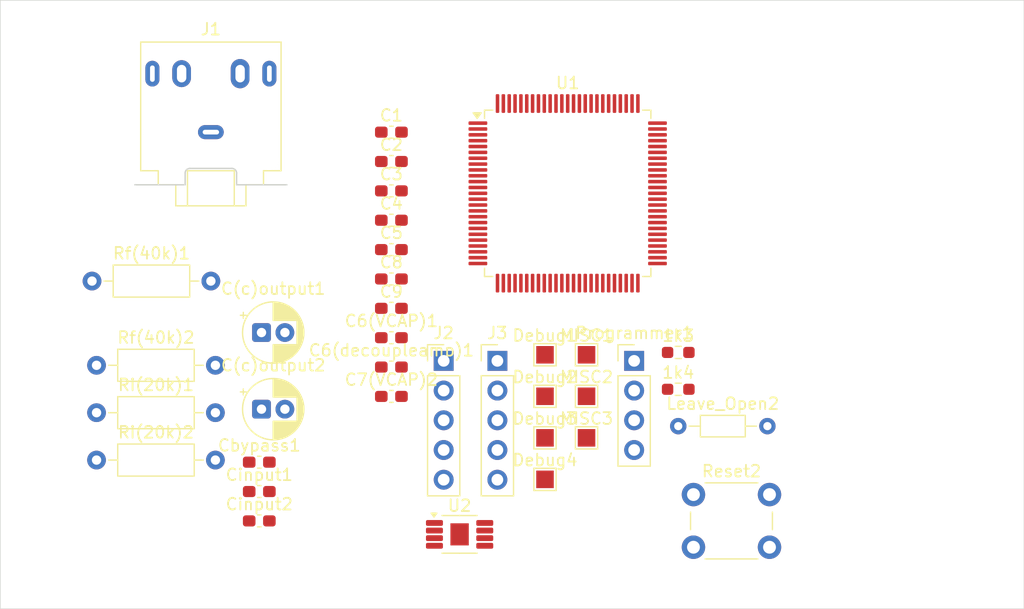
<source format=kicad_pcb>
(kicad_pcb (version 20241229) (generator "pcbnew") (generator_version "9.0")
  (layers (0 "F.Cu" signal) (2 "B.Cu" signal) (13 "F.Paste" user) (15 "B.Paste" user) (5 "F.SilkS" user "F.Silkscreen") (7 "B.SilkS" user "B.Silkscreen") (1 "F.Mask" user) (3 "B.Mask" user) (25 "Edge.Cuts" user))
  (net 0 "")
  (net 1 "/VCC")
  (net 2 "Net-(U1-NRST)")
  (net 3 "GNDPWR")
  (net 4 "Net-(U1-BOOT0)")
  (net 5 "/DAC_OUT1")
  (net 7 "/DAC_OUT2")
  (net 8 "/SAE_SWDIO")
  (net 9 "/SAE_SWCLK")
  (net 18 "/MISC_1")
  (net 24 "/MISC_2")
  (net 26 "Net-(U2-VDD)")
  (net 33 "Net-(C7(VCAP)2-Pad1)")
  (net 43 "/USART1_MIDI_RX")
  (net 48 "/USART1_COMM_INPUT_TX")
  (net 56 "/USART1_COMM_INPUT_RX")
  (net 61 "/MISC_3")
  (net 62 "/USART1_MIDI_TX")
  (net 65 "/USART2_COMM_OUTPUT_TX")
  (net 69 "/USART2_COMM_OUTPUT_RX")
  (net 77 "/USART3_MIDI_TX")
  (net 88 "Net-(C6(VCAP)1-Pad1)")
  (net 89 "/USART3_MIDI_RX")
  (net 92 "Net-(U2-BYPASS)")
  (net 93 "Net-(Debug3-Pin_1)")
  (net 94 "Net-(Debug4-Pin_1)")
  (net 95 "Net-(C(c)output1-Pad2)")
  (net 96 "Net-(C(c)output2-Pad2)")
  (net 98 "Net-(U2-IN1-)")
  (footprint "Capacitor_SMD:C_0603_1608Metric_Pad1.08x0.95mm_HandSolder" (layer "F.Cu") (at 94.93 82.31)
    (property "Reference" "C5" (at 0 -1.43 0) (layer "F.SilkS"))
    (property "Value" "0.1uf")
    (pad "1" smd roundrect (at -0.8625 0) (size 1.075 0.95) (layers "F.Cu" "F.Mask" "F.Paste") (net 3 "GNDPWR"))
    (pad "2" smd roundrect (at 0.8625 0) (size 1.075 0.95) (layers "F.Cu" "F.Mask" "F.Paste") (net 1 "/VCC"))
  )
  (footprint "TestPoint:TestPoint_Pad_1.5x1.5mm" (layer "F.Cu") (at 111.61 91.3)
    (property "Reference" "MISC1" (at 0 -1.648 0) (layer "F.SilkS"))
    (property "Value" "Conn_01x01")
    (pad "1" smd rect (at 0 0) (size 1.5 1.5) (layers "F.Cu" "F.Mask") (net 18 "/MISC_1"))
  )
  (footprint "Capacitor_THT:CP_Radial_D5.0mm_P2.00mm" (layer "F.Cu") (at 83.827275 95.95)
    (property "Reference" "C(c)output2" (at 1 -3.75 0) (layer "F.SilkS"))
    (property "Value" "220uf")
    (pad "1" thru_hole roundrect (at 0 0) (size 1.6 1.6) (drill 0.8) (layers "*.Cu" "*.Mask") (roundrect_rratio 0.15625) (net 94 "Net-(Debug4-Pin_1)"))
    (pad "2" thru_hole circle (at 2 0) (size 1.6 1.6) (drill 0.8) (layers "*.Cu" "*.Mask") (net 96 "Net-(C(c)output2-Pad2)"))
  )
  (footprint "TestPoint:TestPoint_Pad_1.5x1.5mm" (layer "F.Cu") (at 108.06 98.4)
    (property "Reference" "Debug3" (at 0 -1.648 0) (layer "F.SilkS"))
    (property "Value" "Conn_01x01")
    (pad "1" smd rect (at 0 0) (size 1.5 1.5) (layers "F.Cu" "F.Mask") (net 93 "Net-(Debug3-Pin_1)"))
  )
  (footprint "Connector_PinHeader_2.54mm:PinHeader_1x05_P2.54mm_Vertical" (layer "F.Cu") (at 99.4 91.82)
    (property "Reference" "J2" (at 0 -2.38 0) (layer "F.SilkS"))
    (property "Value" "IN")
    (pad "1" thru_hole rect (at 0 0) (size 1.7 1.7) (drill 1) (layers "*.Cu" "*.Mask") (net 3 "GNDPWR"))
    (pad "2" thru_hole circle (at 0 2.54) (size 1.7 1.7) (drill 1) (layers "*.Cu" "*.Mask") (net 1 "/VCC"))
    (pad "3" thru_hole circle (at 0 5.08) (size 1.7 1.7) (drill 1) (layers "*.Cu" "*.Mask") (net 48 "/USART1_COMM_INPUT_TX"))
    (pad "4" thru_hole circle (at 0 7.62) (size 1.7 1.7) (drill 1) (layers "*.Cu" "*.Mask") (net 56 "/USART1_COMM_INPUT_RX"))
    (pad "5" thru_hole circle (at 0 10.16) (size 1.7 1.7) (drill 1) (layers "*.Cu" "*.Mask") (net 43 "/USART1_MIDI_RX"))
  )
  (footprint "TestPoint:TestPoint_Pad_1.5x1.5mm" (layer "F.Cu") (at 111.61 94.85)
    (property "Reference" "MISC2" (at 0 -1.648 0) (layer "F.SilkS"))
    (property "Value" "Conn_01x01")
    (pad "1" smd rect (at 0 0) (size 1.5 1.5) (layers "F.Cu" "F.Mask") (net 24 "/MISC_2"))
  )
  (footprint "Resistor_THT:R_Axial_DIN0207_L6.3mm_D2.5mm_P10.16mm_Horizontal" (layer "F.Cu") (at 69.7275 100.3)
    (property "Reference" "Ri(20k)2" (at 5.08 -2.37 0) (layer "F.SilkS"))
    (property "Value" "20k")
    (pad "1" thru_hole circle (at 0 0) (size 1.6 1.6) (drill 0.8) (layers "*.Cu" "*.Mask") (net 92 "Net-(U2-BYPASS)"))
    (pad "2" thru_hole circle (at 10.16 0) (size 1.6 1.6) (drill 0.8) (layers "*.Cu" "*.Mask") (net 98 "Net-(U2-IN1-)"))
  )
  (footprint "Capacitor_THT:CP_Radial_D5.0mm_P2.00mm" (layer "F.Cu") (at 83.827275 89.4)
    (property "Reference" "C(c)output1" (at 1 -3.75 0) (layer "F.SilkS"))
    (property "Value" "220uf")
    (pad "1" thru_hole roundrect (at 0 0) (size 1.6 1.6) (drill 0.8) (layers "*.Cu" "*.Mask") (roundrect_rratio 0.15625) (net 93 "Net-(Debug3-Pin_1)"))
    (pad "2" thru_hole circle (at 2 0) (size 1.6 1.6) (drill 0.8) (layers "*.Cu" "*.Mask") (net 95 "Net-(C(c)output1-Pad2)"))
  )
  (footprint "Resistor_THT:R_Axial_DIN0207_L6.3mm_D2.5mm_P10.16mm_Horizontal" (layer "F.Cu") (at 69.7275 92.2)
    (property "Reference" "Rf(40k)2" (at 5.08 -2.37 0) (layer "F.SilkS"))
    (property "Value" "40k")
    (pad "1" thru_hole circle (at 0 0) (size 1.6 1.6) (drill 0.8) (layers "*.Cu" "*.Mask") (net 98 "Net-(U2-IN1-)"))
    (pad "2" thru_hole circle (at 10.16 0) (size 1.6 1.6) (drill 0.8) (layers "*.Cu" "*.Mask") (net 94 "Net-(Debug4-Pin_1)"))
  )
  (footprint "Capacitor_SMD:C_0603_1608Metric_Pad1.08x0.95mm_HandSolder" (layer "F.Cu") (at 94.93 72.27)
    (property "Reference" "C1" (at 0 -1.43 0) (layer "F.SilkS"))
    (property "Value" "0.1uf")
    (pad "1" smd roundrect (at -0.8625 0) (size 1.075 0.95) (layers "F.Cu" "F.Mask" "F.Paste") (net 3 "GNDPWR"))
    (pad "2" smd roundrect (at 0.8625 0) (size 1.075 0.95) (layers "F.Cu" "F.Mask" "F.Paste") (net 1 "/VCC"))
  )
  (footprint "Resistor_SMD:R_0603_1608Metric_Pad0.98x0.95mm_HandSolder" (layer "F.Cu") (at 119.45 91.1)
    (property "Reference" "1k3" (at 0 -1.43 0) (layer "F.SilkS"))
    (property "Value" "R")
    (pad "1" smd roundrect (at -0.9125 0) (size 0.975 0.95) (layers "F.Cu" "F.Mask" "F.Paste") (net 1 "/VCC"))
    (pad "2" smd roundrect (at 0.9125 0) (size 0.975 0.95) (layers "F.Cu" "F.Mask" "F.Paste") (net 2 "Net-(U1-NRST)"))
  )
  (footprint "Capacitor_SMD:C_0603_1608Metric_Pad1.08x0.95mm_HandSolder" (layer "F.Cu") (at 94.93 87.33)
    (property "Reference" "C9" (at 0 -1.43 0) (layer "F.SilkS"))
    (property "Value" "0.1uf")
    (pad "1" smd roundrect (at -0.8625 0) (size 1.075 0.95) (layers "F.Cu" "F.Mask" "F.Paste") (net 3 "GNDPWR"))
    (pad "2" smd roundrect (at 0.8625 0) (size 1.075 0.95) (layers "F.Cu" "F.Mask" "F.Paste") (net 1 "/VCC"))
  )
  (footprint "Resistor_THT:R_Axial_DIN0207_L6.3mm_D2.5mm_P10.16mm_Horizontal" (layer "F.Cu") (at 69.7275 96.25)
    (property "Reference" "Ri(20k)1" (at 5.08 -2.37 0) (layer "F.SilkS"))
    (property "Value" "20k")
    (pad "1" thru_hole circle (at 0 0) (size 1.6 1.6) (drill 0.8) (layers "*.Cu" "*.Mask") (net 98 "Net-(U2-IN1-)"))
    (pad "2" thru_hole circle (at 10.16 0) (size 1.6 1.6) (drill 0.8) (layers "*.Cu" "*.Mask") (net 92 "Net-(U2-BYPASS)"))
  )
  (footprint "Capacitor_SMD:C_0603_1608Metric_Pad1.08x0.95mm_HandSolder" (layer "F.Cu") (at 94.93 74.78)
    (property "Reference" "C2" (at 0 -1.43 0) (layer "F.SilkS"))
    (property "Value" "0.1uf")
    (pad "1" smd roundrect (at -0.8625 0) (size 1.075 0.95) (layers "F.Cu" "F.Mask" "F.Paste") (net 3 "GNDPWR"))
    (pad "2" smd roundrect (at 0.8625 0) (size 1.075 0.95) (layers "F.Cu" "F.Mask" "F.Paste") (net 1 "/VCC"))
  )
  (footprint "Capacitor_SMD:C_0603_1608Metric_Pad1.08x0.95mm_HandSolder" (layer "F.Cu") (at 94.93 89.84)
    (property "Reference" "C6(VCAP)1" (at 0 -1.43 0) (layer "F.SilkS"))
    (property "Value" "C")
    (pad "1" smd roundrect (at -0.8625 0) (size 1.075 0.95) (layers "F.Cu" "F.Mask" "F.Paste") (net 88 "Net-(C6(VCAP)1-Pad1)"))
    (pad "2" smd roundrect (at 0.8625 0) (size 1.075 0.95) (layers "F.Cu" "F.Mask" "F.Paste") (net 3 "GNDPWR"))
  )
  (footprint "Connector_PinHeader_2.54mm:PinHeader_1x04_P2.54mm_Vertical" (layer "F.Cu") (at 115.68 91.82)
    (property "Reference" "Programmer1" (at 0 -2.38 0) (layer "F.SilkS"))
    (property "Value" "Conn_01x04")
    (pad "1" thru_hole rect (at 0 0) (size 1.7 1.7) (drill 1) (layers "*.Cu" "*.Mask") (net 9 "/SAE_SWCLK"))
    (pad "2" thru_hole circle (at 0 2.54) (size 1.7 1.7) (drill 1) (layers "*.Cu" "*.Mask") (net 8 "/SAE_SWDIO"))
    (pad "3" thru_hole circle (at 0 5.08) (size 1.7 1.7) (drill 1) (layers "*.Cu" "*.Mask") (net 1 "/VCC"))
    (pad "4" thru_hole circle (at 0 7.62) (size 1.7 1.7) (drill 1) (layers "*.Cu" "*.Mask") (net 3 "GNDPWR"))
  )
  (footprint "Connector_PinHeader_2.54mm:PinHeader_1x05_P2.54mm_Vertical" (layer "F.Cu") (at 103.99 91.82)
    (property "Reference" "J3" (at 0 -2.38 0) (layer "F.SilkS"))
    (property "Value" "OUT")
    (pad "1" thru_hole rect (at 0 0) (size 1.7 1.7) (drill 1) (layers "*.Cu" "*.Mask") (net 3 "GNDPWR"))
    (pad "2" thru_hole circle (at 0 2.54) (size 1.7 1.7) (drill 1) (layers "*.Cu" "*.Mask") (net 1 "/VCC"))
    (pad "3" thru_hole circle (at 0 5.08) (size 1.7 1.7) (drill 1) (layers "*.Cu" "*.Mask") (net 69 "/USART2_COMM_OUTPUT_RX"))
    (pad "4" thru_hole circle (at 0 7.62) (size 1.7 1.7) (drill 1) (layers "*.Cu" "*.Mask") (net 65 "/USART2_COMM_OUTPUT_TX"))
    (pad "5" thru_hole circle (at 0 10.16) (size 1.7 1.7) (drill 1) (layers "*.Cu" "*.Mask") (net 62 "/USART1_MIDI_TX"))
  )
  (footprint "Capacitor_SMD:C_0603_1608Metric_Pad1.08x0.95mm_HandSolder" (layer "F.Cu") (at 94.93 92.35)
    (property "Reference" "C6(decoupleamp)1" (at 0 -1.43 0) (layer "F.SilkS"))
    (property "Value" "0.1uf")
    (pad "1" smd roundrect (at -0.8625 0) (size 1.075 0.95) (layers "F.Cu" "F.Mask" "F.Paste") (net 1 "/VCC"))
    (pad "2" smd roundrect (at 0.8625 0) (size 1.075 0.95) (layers "F.Cu" "F.Mask" "F.Paste") (net 26 "Net-(U2-VDD)"))
  )
  (footprint "Capacitor_SMD:C_0603_1608Metric_Pad1.08x0.95mm_HandSolder" (layer "F.Cu") (at 83.6375 100.48)
    (property "Reference" "Cbypass1" (at 0 -1.43 0) (layer "F.SilkS"))
    (property "Value" "0.47uf(LOW ESR)")
    (pad "1" smd roundrect (at -0.8625 0) (size 1.075 0.95) (layers "F.Cu" "F.Mask" "F.Paste") (net 92 "Net-(U2-BYPASS)"))
    (pad "2" smd roundrect (at 0.8625 0) (size 1.075 0.95) (layers "F.Cu" "F.Mask" "F.Paste") (net 3 "GNDPWR"))
  )
  (footprint "Capacitor_SMD:C_0603_1608Metric_Pad1.08x0.95mm_HandSolder" (layer "F.Cu") (at 83.6375 102.99)
    (property "Reference" "Cinput1" (at 0 -1.43 0) (layer "F.SilkS"))
    (property "Value" "0.47uf")
    (pad "1" smd roundrect (at -0.8625 0) (size 1.075 0.95) (layers "F.Cu" "F.Mask" "F.Paste") (net 7 "/DAC_OUT2"))
    (pad "2" smd roundrect (at 0.8625 0) (size 1.075 0.95) (layers "F.Cu" "F.Mask" "F.Paste") (net 98 "Net-(U2-IN1-)"))
  )
  (footprint "Button_Switch_THT:SW_PUSH_6mm_H4.3mm" (layer "F.Cu") (at 120.75 103.25)
    (property "Reference" "Reset2" (at 3.25 -2 0) (layer "F.SilkS"))
    (property "Value" "SW_Push")
    (pad "1" thru_hole circle (at 0 0 90) (size 2 2) (drill 1.1) (layers "*.Cu" "*.Mask") (net 3 "GNDPWR"))
    (pad "1" thru_hole circle (at 6.5 0 90) (size 2 2) (drill 1.1) (layers "*.Cu" "*.Mask") (net 3 "GNDPWR"))
    (pad "2" thru_hole circle (at 0 4.5 90) (size 2 2) (drill 1.1) (layers "*.Cu" "*.Mask") (net 2 "Net-(U1-NRST)"))
    (pad "2" thru_hole circle (at 6.5 4.5 90) (size 2 2) (drill 1.1) (layers "*.Cu" "*.Mask") (net 2 "Net-(U1-NRST)"))
  )
  (footprint "Resistor_THT:R_Axial_DIN0204_L3.6mm_D1.6mm_P7.62mm_Horizontal" (layer "F.Cu") (at 119.45 97.4)
    (property "Reference" "Leave_Open2" (at 3.81 -1.92 0) (layer "F.SilkS"))
    (property "Value" "R")
    (pad "1" thru_hole circle (at 0 0) (size 1.4 1.4) (drill 0.7) (layers "*.Cu" "*.Mask") (net 4 "Net-(U1-BOOT0)"))
    (pad "2" thru_hole circle (at 7.62 0) (size 1.4 1.4) (drill 0.7) (layers "*.Cu" "*.Mask") (net 1 "/VCC"))
  )
  (footprint "Package_QFP:LQFP-100_14x14mm_P0.5mm" (layer "F.Cu") (at 110 77.5)
    (property "Reference" "U1" (at 0 -9.43 0) (layer "F.SilkS"))
    (property "Value" "STM32H750VBTx")
    (pad "1" smd roundrect (at -7.675 -6) (size 1.6 0.3) (layers "F.Cu" "F.Mask" "F.Paste"))
    (pad "2" smd roundrect (at -7.675 -5.5) (size 1.6 0.3) (layers "F.Cu" "F.Mask" "F.Paste"))
    (pad "3" smd roundrect (at -7.675 -5) (size 1.6 0.3) (layers "F.Cu" "F.Mask" "F.Paste"))
    (pad "4" smd roundrect (at -7.675 -4.5) (size 1.6 0.3) (layers "F.Cu" "F.Mask" "F.Paste"))
    (pad "5" smd roundrect (at -7.675 -4) (size 1.6 0.3) (layers "F.Cu" "F.Mask" "F.Paste"))
    (pad "6" smd roundrect (at -7.675 -3.5) (size 1.6 0.3) (layers "F.Cu" "F.Mask" "F.Paste") (net 1 "/VCC"))
    (pad "7" smd roundrect (at -7.675 -3) (size 1.6 0.3) (layers "F.Cu" "F.Mask" "F.Paste"))
    (pad "8" smd roundrect (at -7.675 -2.5) (size 1.6 0.3) (layers "F.Cu" "F.Mask" "F.Paste"))
    (pad "9" smd roundrect (at -7.675 -2) (size 1.6 0.3) (layers "F.Cu" "F.Mask" "F.Paste"))
    (pad "10" smd roundrect (at -7.675 -1.5) (size 1.6 0.3) (layers "F.Cu" "F.Mask" "F.Paste") (net 3 "GNDPWR"))
    (pad "11" smd roundrect (at -7.675 -1) (size 1.6 0.3) (layers "F.Cu" "F.Mask" "F.Paste") (net 1 "/VCC"))
    (pad "12" smd roundrect (at -7.675 -0.5) (size 1.6 0.3) (layers "F.Cu" "F.Mask" "F.Paste"))
    (pad "13" smd roundrect (at -7.675 0) (size 1.6 0.3) (layers "F.Cu" "F.Mask" "F.Paste"))
    (pad "14" smd roundrect (at -7.675 0.5) (size 1.6 0.3) (layers "F.Cu" "F.Mask" "F.Paste") (net 2 "Net-(U1-NRST)"))
    (pad "15" smd roundrect (at -7.675 1) (size 1.6 0.3) (layers "F.Cu" "F.Mask" "F.Paste"))
    (pad "16" smd roundrect (at -7.675 1.5) (size 1.6 0.3) (layers "F.Cu" "F.Mask" "F.Paste"))
    (pad "17" smd roundrect (at -7.675 2) (size 1.6 0.3) (layers "F.Cu" "F.Mask" "F.Paste"))
    (pad "18" smd roundrect (at -7.675 2.5) (size 1.6 0.3) (layers "F.Cu" "F.Mask" "F.Paste"))
    (pad "19" smd roundrect (at -7.675 3) (size 1.6 0.3) (layers "F.Cu" "F.Mask" "F.Paste") (net 3 "GNDPWR"))
    (pad "20" smd roundrect (at -7.675 3.5) (size 1.6 0.3) (layers "F.Cu" "F.Mask" "F.Paste"))
    (pad "21" smd roundrect (at -7.675 4) (size 1.6 0.3) (layers "F.Cu" "F.Mask" "F.Paste") (net 1 "/VCC"))
    (pad "22" smd roundrect (at -7.675 4.5) (size 1.6 0.3) (layers "F.Cu" "F.Mask" "F.Paste"))
    (pad "23" smd roundrect (at -7.675 5) (size 1.6 0.3) (layers "F.Cu" "F.Mask" "F.Paste"))
    (pad "24" smd roundrect (at -7.675 5.5) (size 1.6 0.3) (layers "F.Cu" "F.Mask" "F.Paste"))
    (pad "25" smd roundrect (at -7.675 6) (size 1.6 0.3) (layers "F.Cu" "F.Mask" "F.Paste"))
    (pad "26" smd roundrect (at -6 7.675) (size 0.3 1.6) (layers "F.Cu" "F.Mask" "F.Paste") (net 3 "GNDPWR"))
    (pad "27" smd roundrect (at -5.5 7.675) (size 0.3 1.6) (layers "F.Cu" "F.Mask" "F.Paste") (net 1 "/VCC"))
    (pad "28" smd roundrect (at -5 7.675) (size 0.3 1.6) (layers "F.Cu" "F.Mask" "F.Paste") (net 5 "/DAC_OUT1"))
    (pad "29" smd roundrect (at -4.5 7.675) (size 0.3 1.6) (layers "F.Cu" "F.Mask" "F.Paste") (net 7 "/DAC_OUT2"))
    (pad "30" smd roundrect (at -4 7.675) (size 0.3 1.6) (layers "F.Cu" "F.Mask" "F.Paste"))
    (pad "31" smd roundrect (at -3.5 7.675) (size 0.3 1.6) (layers "F.Cu" "F.Mask" "F.Paste"))
    (pad "32" smd roundrect (at -3 7.675) (size 0.3 1.6) (layers "F.Cu" "F.Mask" "F.Paste"))
    (pad "33" smd roundrect (at -2.5 7.675) (size 0.3 1.6) (layers "F.Cu" "F.Mask" "F.Paste"))
    (pad "34" smd roundrect (at -2 7.675) (size 0.3 1.6) (layers "F.Cu" "F.Mask" "F.Paste"))
    (pad "35" smd roundrect (at -1.5 7.675) (size 0.3 1.6) (layers "F.Cu" "F.Mask" "F.Paste"))
    (pad "36" smd roundrect (at -1 7.675) (size 0.3 1.6) (layers "F.Cu" "F.Mask" "F.Paste"))
    (pad "37" smd roundrect (at -0.5 7.675) (size 0.3 1.6) (layers "F.Cu" "F.Mask" "F.Paste") (net 18 "/MISC_1"))
    (pad "38" smd roundrect (at 0 7.675) (size 0.3 1.6) (layers "F.Cu" "F.Mask" "F.Paste") (net 24 "/MISC_2"))
    (pad "39" smd roundrect (at 0.5 7.675) (size 0.3 1.6) (layers "F.Cu" "F.Mask" "F.Paste"))
    (pad "40" smd roundrect (at 1 7.675) (size 0.3 1.6) (layers "F.Cu" "F.Mask" "F.Paste"))
    (pad "41" smd roundrect (at 1.5 7.675) (size 0.3 1.6) (layers "F.Cu" "F.Mask" "F.Paste"))
    (pad "42" smd roundrect (at 2 7.675) (size 0.3 1.6) (layers "F.Cu" "F.Mask" "F.Paste"))
    (pad "43" smd roundrect (at 2.5 7.675) (size 0.3 1.6) (layers "F.Cu" "F.Mask" "F.Paste"))
    (pad "44" smd roundrect (at 3 7.675) (size 0.3 1.6) (layers "F.Cu" "F.Mask" "F.Paste"))
    (pad "45" smd roundrect (at 3.5 7.675) (size 0.3 1.6) (layers "F.Cu" "F.Mask" "F.Paste"))
    (pad "46" smd roundrect (at 4 7.675) (size 0.3 1.6) (layers "F.Cu" "F.Mask" "F.Paste") (net 56 "/USART1_COMM_INPUT_RX"))
    (pad "47" smd roundrect (at 4.5 7.675) (size 0.3 1.6) (layers "F.Cu" "F.Mask" "F.Paste"))
    (pad "48" smd roundrect (at 5 7.675) (size 0.3 1.6) (layers "F.Cu" "F.Mask" "F.Paste") (net 88 "Net-(C6(VCAP)1-Pad1)"))
    (pad "49" smd roundrect (at 5.5 7.675) (size 0.3 1.6) (layers "F.Cu" "F.Mask" "F.Paste") (net 3 "GNDPWR"))
    (pad "50" smd roundrect (at 6 7.675) (size 0.3 1.6) (layers "F.Cu" "F.Mask" "F.Paste") (net 1 "/VCC"))
    (pad "51" smd roundrect (at 7.675 6) (size 1.6 0.3) (layers "F.Cu" "F.Mask" "F.Paste"))
    (pad "52" smd roundrect (at 7.675 5.5) (size 1.6 0.3) (layers "F.Cu" "F.Mask" "F.Paste"))
    (pad "53" smd roundrect (at 7.675 5) (size 1.6 0.3) (layers "F.Cu" "F.Mask" "F.Paste"))
    (pad "54" smd roundrect (at 7.675 4.5) (size 1.6 0.3) (layers "F.Cu" "F.Mask" "F.Paste"))
    (pad "55" smd roundrect (at 7.675 4) (size 1.6 0.3) (layers "F.Cu" "F.Mask" "F.Paste"))
    (pad "56" smd roundrect (at 7.675 3.5) (size 1.6 0.3) (layers "F.Cu" "F.Mask" "F.Paste"))
    (pad "57" smd roundrect (at 7.675 3) (size 1.6 0.3) (layers "F.Cu" "F.Mask" "F.Paste"))
    (pad "58" smd roundrect (at 7.675 2.5) (size 1.6 0.3) (layers "F.Cu" "F.Mask" "F.Paste"))
    (pad "59" smd roundrect (at 7.675 2) (size 1.6 0.3) (layers "F.Cu" "F.Mask" "F.Paste"))
    (pad "60" smd roundrect (at 7.675 1.5) (size 1.6 0.3) (layers "F.Cu" "F.Mask" "F.Paste"))
    (pad "61" smd roundrect (at 7.675 1) (size 1.6 0.3) (layers "F.Cu" "F.Mask" "F.Paste"))
    (pad "62" smd roundrect (at 7.675 0.5) (size 1.6 0.3) (layers "F.Cu" "F.Mask" "F.Paste"))
    (pad "63" smd roundrect (at 7.675 0) (size 1.6 0.3) (layers "F.Cu" "F.Mask" "F.Paste"))
    (pad "64" smd roundrect (at 7.675 -0.5) (size 1.6 0.3) (layers "F.Cu" "F.Mask" "F.Paste"))
    (pad "65" smd roundrect (at 7.675 -1) (size 1.6 0.3) (layers "F.Cu" "F.Mask" "F.Paste"))
    (pad "66" smd roundrect (at 7.675 -1.5) (size 1.6 0.3) (layers "F.Cu" "F.Mask" "F.Paste"))
    (pad "67" smd roundrect (at 7.675 -2) (size 1.6 0.3) (layers "F.Cu" "F.Mask" "F.Paste"))
    (pad "68" smd roundrect (at 7.675 -2.5) (size 1.6 0.3) (layers "F.Cu" "F.Mask" "F.Paste") (net 62 "/USART1_MIDI_TX"))
    (pad "69" smd roundrect (at 7.675 -3) (size 1.6 0.3) (layers "F.Cu" "F.Mask" "F.Paste") (net 43 "/USART1_MIDI_RX"))
    (pad "70" smd roundrect (at 7.675 -3.5) (size 1.6 0.3) (layers "F.Cu" "F.Mask" "F.Paste"))
    (pad "71" smd roundrect (at 7.675 -4) (size 1.6 0.3) (layers "F.Cu" "F.Mask" "F.Paste"))
    (pad "72" smd roundrect (at 7.675 -4.5) (size 1.6 0.3) (layers "F.Cu" "F.Mask" "F.Paste") (net 8 "/SAE_SWDIO"))
    (pad "73" smd roundrect (at 7.675 -5) (size 1.6 0.3) (layers "F.Cu" "F.Mask" "F.Paste") (net 33 "Net-(C7(VCAP)2-Pad1)"))
    (pad "74" smd roundrect (at 7.675 -5.5) (size 1.6 0.3) (layers "F.Cu" "F.Mask" "F.Paste") (net 3 "GNDPWR"))
    (pad "75" smd roundrect (at 7.675 -6) (size 1.6 0.3) (layers "F.Cu" "F.Mask" "F.Paste") (net 1 "/VCC"))
    (pad "76" smd roundrect (at 6 -7.675) (size 0.3 1.6) (layers "F.Cu" "F.Mask" "F.Paste") (net 9 "/SAE_SWCLK"))
    (pad "77" smd roundrect (at 5.5 -7.675) (size 0.3 1.6) (layers "F.Cu" "F.Mask" "F.Paste") (net 61 "/MISC_3"))
    (pad "78" smd roundrect (at 5 -7.675) (size 0.3 1.6) (layers "F.Cu" "F.Mask" "F.Paste") (net 77 "/USART3_MIDI_TX"))
    (pad "79" smd roundrect (at 4.5 -7.675) (size 0.3 1.6) (layers "F.Cu" "F.Mask" "F.Paste") (net 89 "/USART3_MIDI_RX"))
    (pad "80" smd roundrect (at 4 -7.675) (size 0.3 1.6) (layers "F.Cu" "F.Mask" "F.Paste"))
    (pad "81" smd roundrect (at 3.5 -7.675) (size 0.3 1.6) (layers "F.Cu" "F.Mask" "F.Paste"))
    (pad "82" smd roundrect (at 3 -7.675) (size 0.3 1.6) (layers "F.Cu" "F.Mask" "F.Paste"))
    (pad "83" smd roundrect (at 2.5 -7.675) (size 0.3 1.6) (layers "F.Cu" "F.Mask" "F.Paste"))
    (pad "84" smd roundrect (at 2 -7.675) (size 0.3 1.6) (layers "F.Cu" "F.Mask" "F.Paste"))
    (pad "85" smd roundrect (at 1.5 -7.675) (size 0.3 1.6) (layers "F.Cu" "F.Mask" "F.Paste"))
    (pad "86" smd roundrect (at 1 -7.675) (size 0.3 1.6) (layers "F.Cu" "F.Mask" "F.Paste") (net 65 "/USART2_COMM_OUTPUT_TX"))
    (pad "87" smd roundrect (at 0.5 -7.675) (size 0.3 1.6) (layers "F.Cu" "F.Mask" "F.Paste") (net 69 "/USART2_COMM_OUTPUT_RX"))
    (pad "88" smd roundrect (at 0 -7.675) (size 0.3 1.6) (layers "F.Cu" "F.Mask" "F.Paste"))
    (pad "89" smd roundrect (at -0.5 -7.675) (size 0.3 1.6) (layers "F.Cu" "F.Mask" "F.Paste"))
    (pad "90" smd roundrect (at -1 -7.675) (size 0.3 1.6) (layers "F.Cu" "F.Mask" "F.Paste"))
    (pad "91" smd roundrect (at -1.5 -7.675) (size 0.3 1.6) (layers "F.Cu" "F.Mask" "F.Paste"))
    (pad "92" smd roundrect (at -2 -7.675) (size 0.3 1.6) (layers "F.Cu" "F.Mask" "F.Paste"))
    (pad "93" smd roundrect (at -2.5 -7.675) (size 0.3 1.6) (layers "F.Cu" "F.Mask" "F.Paste"))
    (pad "94" smd roundrect (at -3 -7.675) (size 0.3 1.6) (layers "F.Cu" "F.Mask" "F.Paste") (net 4 "Net-(U1-BOOT0)"))
    (pad "95" smd roundrect (at -3.5 -7.675) (size 0.3 1.6) (layers "F.Cu" "F.Mask" "F.Paste"))
    (pad "96" smd roundrect (at -4 -7.675) (size 0.3 1.6) (layers "F.Cu" "F.Mask" "F.Paste") (net 48 "/USART1_COMM_INPUT_TX"))
    (pad "97" smd roundrect (at -4.5 -7.675) (size 0.3 1.6) (layers "F.Cu" "F.Mask" "F.Paste"))
    (pad "98" smd roundrect (at -5 -7.675) (size 0.3 1.6) (layers "F.Cu" "F.Mask" "F.Paste"))
    (pad "99" smd roundrect (at -5.5 -7.675) (size 0.3 1.6) (layers "F.Cu" "F.Mask" "F.Paste") (net 3 "GNDPWR"))
    (pad "100" smd roundrect (at -6 -7.675) (size 0.3 1.6) (layers "F.Cu" "F.Mask" "F.Paste") (net 1 "/VCC"))
  )
  (footprint "Connector_Audio:Jack_3.5mm_CUI_SJ1-3525N_Horizontal" (layer "F.Cu") (at 79.5 72.27)
    (property "Reference" "J1" (at 0 -8.8 0) (layer "F.SilkS"))
    (property "Value" "AudioJack3_SwitchTR")
    (fp_line (start -2.2 3.5) (end -2.2 4.5) (stroke (width 0.12)) (layer "Edge.Cuts"))
    (fp_line (start -2.2 4.5) (end -6.5 4.5) (stroke (width 0.12)) (layer "Edge.Cuts"))
    (fp_line (start 1.8 3.1) (end -1.8 3.1) (stroke (width 0.12)) (layer "Edge.Cuts"))
    (fp_line (start 2.2 3.5) (end 2.2 4.5) (stroke (width 0.12)) (layer "Edge.Cuts"))
    (fp_line (start 2.2 4.5) (end 6.5 4.5) (stroke (width 0.12)) (layer "Edge.Cuts"))
    (fp_arc (start -2.2 3.5) (mid -2.082842 3.217158) (end -1.8 3.1) (stroke (width 0.12)) (layer "Edge.Cuts"))
    (fp_arc (start 1.8 3.1) (mid 2.082843 3.217157) (end 2.2 3.5) (stroke (width 0.12)) (layer "Edge.Cuts"))
    (pad "" np_thru_hole circle (at -5 0) (size 1.2 1.2) (drill 1.2) (layers "*.Cu" "*.Mask"))
    (pad "" np_thru_hole circle (at -5 2.5) (size 1.2 1.2) (drill 1.2) (layers "*.Cu" "*.Mask"))
    (pad "" np_thru_hole circle (at 0 -5) (size 1.2 1.2) (drill 1.2) (layers "*.Cu" "*.Mask"))
    (pad "" np_thru_hole circle (at 5 0) (size 1.2 1.2) (drill 1.2) (layers "*.Cu" "*.Mask"))
    (pad "" np_thru_hole circle (at 5 2.5) (size 1.2 1.2) (drill 1.2) (layers "*.Cu" "*.Mask"))
    (pad "R" thru_hole oval (at -5 -5) (size 1.2 2.2) (drill oval 0.4 1.4) (layers "*.Cu" "*.Mask") (net 96 "Net-(C(c)output2-Pad2)"))
    (pad "RN" thru_hole oval (at -2.5 -5) (size 1.6 2.3) (drill oval 0.8 1.5) (layers "*.Cu" "*.Mask"))
    (pad "S" thru_hole oval (at 0 0) (size 2.2 1.2) (drill oval 1.4 0.4) (layers "*.Cu" "*.Mask") (net 3 "GNDPWR"))
    (pad "T" thru_hole oval (at 5 -5 180) (size 1.2 2.2) (drill oval 0.4 1.4) (layers "*.Cu" "*.Mask") (net 95 "Net-(C(c)output1-Pad2)"))
    (pad "TN" thru_hole oval (at 2.5 -5 180) (size 1.6 2.5) (drill oval 0.8 1.5) (layers "*.Cu" "*.Mask"))
  )
  (footprint "Capacitor_SMD:C_0603_1608Metric_Pad1.08x0.95mm_HandSolder" (layer "F.Cu") (at 94.93 84.82)
    (property "Reference" "C8" (at 0 -1.43 0) (layer "F.SilkS"))
    (property "Value" "0.1uf")
    (pad "1" smd roundrect (at -0.8625 0) (size 1.075 0.95) (layers "F.Cu" "F.Mask" "F.Paste") (net 3 "GNDPWR"))
    (pad "2" smd roundrect (at 0.8625 0) (size 1.075 0.95) (layers "F.Cu" "F.Mask" "F.Paste") (net 1 "/VCC"))
  )
  (footprint "Capacitor_SMD:C_0603_1608Metric_Pad1.08x0.95mm_HandSolder" (layer "F.Cu") (at 83.6375 105.5)
    (property "Reference" "Cinput2" (at 0 -1.43 0) (layer "F.SilkS"))
    (property "Value" "0.47uf")
    (pad "1" smd roundrect (at -0.8625 0) (size 1.075 0.95) (layers "F.Cu" "F.Mask" "F.Paste") (net 5 "/DAC_OUT1"))
    (pad "2" smd roundrect (at 0.8625 0) (size 1.075 0.95) (layers "F.Cu" "F.Mask" "F.Paste") (net 98 "Net-(U2-IN1-)"))
  )
  (footprint "Capacitor_SMD:C_0603_1608Metric_Pad1.08x0.95mm_HandSolder" (layer "F.Cu") (at 94.93 79.8)
    (property "Reference" "C4" (at 0 -1.43 0) (layer "F.SilkS"))
    (property "Value" "0.1uf")
    (pad "1" smd roundrect (at -0.8625 0) (size 1.075 0.95) (layers "F.Cu" "F.Mask" "F.Paste") (net 3 "GNDPWR"))
    (pad "2" smd roundrect (at 0.8625 0) (size 1.075 0.95) (layers "F.Cu" "F.Mask" "F.Paste") (net 1 "/VCC"))
  )
  (footprint "Capacitor_SMD:C_0603_1608Metric_Pad1.08x0.95mm_HandSolder" (layer "F.Cu") (at 94.93 77.29)
    (property "Reference" "C3" (at 0 -1.43 0) (layer "F.SilkS"))
    (property "Value" "0.1uf")
    (pad "1" smd roundrect (at -0.8625 0) (size 1.075 0.95) (layers "F.Cu" "F.Mask" "F.Paste") (net 3 "GNDPWR"))
    (pad "2" smd roundrect (at 0.8625 0) (size 1.075 0.95) (layers "F.Cu" "F.Mask" "F.Paste") (net 1 "/VCC"))
  )
  (footprint "TestPoint:TestPoint_Pad_1.5x1.5mm" (layer "F.Cu") (at 111.61 98.4)
    (property "Reference" "MISC3" (at 0 -1.648 0) (layer "F.SilkS"))
    (property "Value" "Conn_01x01")
    (pad "1" smd rect (at 0 0) (size 1.5 1.5) (layers "F.Cu" "F.Mask") (net 61 "/MISC_3"))
  )
  (footprint "Package_SO:HVSSOP-8-1EP_3x3mm_P0.65mm_EP1.57x1.89mm" (layer "F.Cu") (at 100.76 106.65)
    (property "Reference" "U2" (at 0 -2.45 0) (layer "F.SilkS"))
    (property "Value" "TPA6110A2DGN")
    (pad "1" smd roundrect (at -2.15 -0.975) (size 1.45 0.5) (layers "F.Cu" "F.Mask" "F.Paste") (net 92 "Net-(U2-BYPASS)"))
    (pad "2" smd roundrect (at -2.15 -0.325) (size 1.45 0.5) (layers "F.Cu" "F.Mask" "F.Paste") (net 3 "GNDPWR"))
    (pad "3" smd roundrect (at -2.15 0.325) (size 1.45 0.5) (layers "F.Cu" "F.Mask" "F.Paste") (net 1 "/VCC"))
    (pad "4" smd roundrect (at -2.15 0.975) (size 1.45 0.5) (layers "F.Cu" "F.Mask" "F.Paste") (net 98 "Net-(U2-IN1-)"))
    (pad "5" smd roundrect (at 2.15 0.975) (size 1.45 0.5) (layers "F.Cu" "F.Mask" "F.Paste") (net 94 "Net-(Debug4-Pin_1)"))
    (pad "6" smd roundrect (at 2.15 0.325) (size 1.45 0.5) (layers "F.Cu" "F.Mask" "F.Paste") (net 26 "Net-(U2-VDD)"))
    (pad "7" smd roundrect (at 2.15 -0.325) (size 1.45 0.5) (layers "F.Cu" "F.Mask" "F.Paste") (net 93 "Net-(Debug3-Pin_1)"))
    (pad "8" smd roundrect (at 2.15 -0.975) (size 1.45 0.5) (layers "F.Cu" "F.Mask" "F.Paste") (net 98 "Net-(U2-IN1-)"))
    (pad "9" smd rect (at 0 0) (size 1.57 1.89) (property pad_prop_heatsink) (layers "F.Cu" "F.Mask") (net 3 "GNDPWR"))
  )
  (footprint "TestPoint:TestPoint_Pad_1.5x1.5mm" (layer "F.Cu") (at 108.06 91.3)
    (property "Reference" "Debug1" (at 0 -1.648 0) (layer "F.SilkS"))
    (property "Value" "Conn_01x01")
    (pad "1" smd rect (at 0 0) (size 1.5 1.5) (layers "F.Cu" "F.Mask") (net 5 "/DAC_OUT1"))
  )
  (footprint "TestPoint:TestPoint_Pad_1.5x1.5mm" (layer "F.Cu") (at 108.06 94.85)
    (property "Reference" "Debug2" (at 0 -1.648 0) (layer "F.SilkS"))
    (property "Value" "Conn_01x01")
    (pad "1" smd rect (at 0 0) (size 1.5 1.5) (layers "F.Cu" "F.Mask") (net 7 "/DAC_OUT2"))
  )
  (footprint "TestPoint:TestPoint_Pad_1.5x1.5mm" (layer "F.Cu") (at 108.06 101.95)
    (property "Reference" "Debug4" (at 0 -1.648 0) (layer "F.SilkS"))
    (property "Value" "Conn_01x01")
    (pad "1" smd rect (at 0 0) (size 1.5 1.5) (layers "F.Cu" "F.Mask") (net 94 "Net-(Debug4-Pin_1)"))
  )
  (footprint "Capacitor_SMD:C_0603_1608Metric_Pad1.08x0.95mm_HandSolder" (layer "F.Cu") (at 94.93 94.86)
    (property "Reference" "C7(VCAP)2" (at 0 -1.43 0) (layer "F.SilkS"))
    (property "Value" "C")
    (pad "1" smd roundrect (at -0.8625 0) (size 1.075 0.95) (layers "F.Cu" "F.Mask" "F.Paste") (net 33 "Net-(C7(VCAP)2-Pad1)"))
    (pad "2" smd roundrect (at 0.8625 0) (size 1.075 0.95) (layers "F.Cu" "F.Mask" "F.Paste") (net 3 "GNDPWR"))
  )
  (footprint "Resistor_SMD:R_0603_1608Metric_Pad0.98x0.95mm_HandSolder" (layer "F.Cu") (at 119.45 94.25)
    (property "Reference" "1k4" (at 0 -1.43 0) (layer "F.SilkS"))
    (property "Value" "R")
    (pad "1" smd roundrect (at -0.9125 0) (size 0.975 0.95) (layers "F.Cu" "F.Mask" "F.Paste") (net 4 "Net-(U1-BOOT0)"))
    (pad "2" smd roundrect (at 0.9125 0) (size 0.975 0.95) (layers "F.Cu" "F.Mask" "F.Paste") (net 3 "GNDPWR"))
  )
  (footprint "Resistor_THT:R_Axial_DIN0207_L6.3mm_D2.5mm_P10.16mm_Horizontal" (layer "F.Cu") (at 69.34 85)
    (property "Reference" "Rf(40k)1" (at 5.08 -2.37 0) (layer "F.SilkS"))
    (property "Value" "40k")
    (pad "1" thru_hole circle (at 0 0) (size 1.6 1.6) (drill 0.8) (layers "*.Cu" "*.Mask") (net 98 "Net-(U2-IN1-)"))
    (pad "2" thru_hole circle (at 10.16 0) (size 1.6 1.6) (drill 0.8) (layers "*.Cu" "*.Mask") (net 93 "Net-(Debug3-Pin_1)"))
  )
  (gr_rect (start 61.5 61) (end 149 113) (stroke (width 0.05)) (fill no) (layer "Edge.Cuts"))
)
</source>
